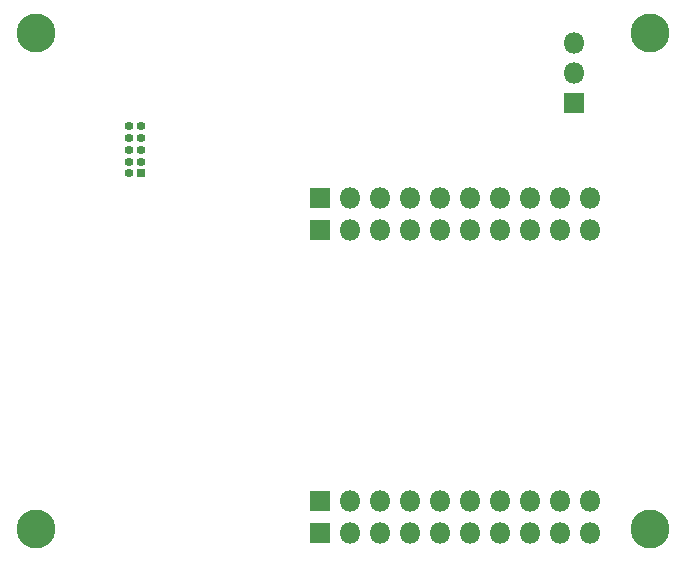
<source format=gbr>
G04 #@! TF.GenerationSoftware,KiCad,Pcbnew,5.99.0-unknown-r17856-55e56c6c*
G04 #@! TF.CreationDate,2020-05-30T10:45:51+03:00*
G04 #@! TF.ProjectId,airquality,61697271-7561-46c6-9974-792e6b696361,rev?*
G04 #@! TF.SameCoordinates,Original*
G04 #@! TF.FileFunction,Soldermask,Top*
G04 #@! TF.FilePolarity,Negative*
%FSLAX46Y46*%
G04 Gerber Fmt 4.6, Leading zero omitted, Abs format (unit mm)*
G04 Created by KiCad (PCBNEW 5.99.0-unknown-r17856-55e56c6c) date 2020-05-30 10:45:51*
%MOMM*%
%LPD*%
G01*
G04 APERTURE LIST*
%ADD10O,1.800000X1.800000*%
%ADD11R,1.800000X1.800000*%
%ADD12O,0.750000X0.750000*%
%ADD13R,0.750000X0.750000*%
%ADD14C,3.300000*%
G04 APERTURE END LIST*
D10*
X174117000Y-94742000D03*
X171577000Y-94742000D03*
X169037000Y-92075000D03*
X174117000Y-92075000D03*
X171577000Y-92075000D03*
D11*
X166497000Y-92075000D03*
D10*
X179197000Y-92075000D03*
X184277000Y-92075000D03*
X186817000Y-92075000D03*
X181737000Y-92075000D03*
X176657000Y-92075000D03*
X169037000Y-94742000D03*
D11*
X166497000Y-94742000D03*
D10*
X179197000Y-94742000D03*
X184277000Y-94742000D03*
X186817000Y-94742000D03*
X181737000Y-94742000D03*
X176657000Y-94742000D03*
X189357000Y-94742000D03*
X189357000Y-92075000D03*
X169037000Y-69088000D03*
X174117000Y-69088000D03*
X171577000Y-69088000D03*
D11*
X166497000Y-69088000D03*
D10*
X179197000Y-69088000D03*
X184277000Y-69088000D03*
X186817000Y-69088000D03*
X181737000Y-69088000D03*
X176657000Y-69088000D03*
X189357000Y-69088000D03*
X169037000Y-66421000D03*
X171577000Y-66421000D03*
D11*
X166497000Y-66421000D03*
D10*
X174117000Y-66421000D03*
X179197000Y-66421000D03*
X176657000Y-66421000D03*
X181737000Y-66421000D03*
X184277000Y-66421000D03*
X186817000Y-66421000D03*
X189357000Y-66421000D03*
D12*
X150350980Y-60338200D03*
X151350980Y-60338200D03*
X150350980Y-61338200D03*
X151350980Y-61338200D03*
X150350980Y-62338200D03*
X151350980Y-62338200D03*
X150350980Y-63338200D03*
X151350980Y-63338200D03*
X150350980Y-64338200D03*
D13*
X151350980Y-64338200D03*
D10*
X188061600Y-53314600D03*
X188061600Y-55854600D03*
D11*
X188061600Y-58394600D03*
D14*
X194462400Y-94451000D03*
X142462400Y-94451000D03*
X194462400Y-52451000D03*
X142462400Y-52451000D03*
M02*

</source>
